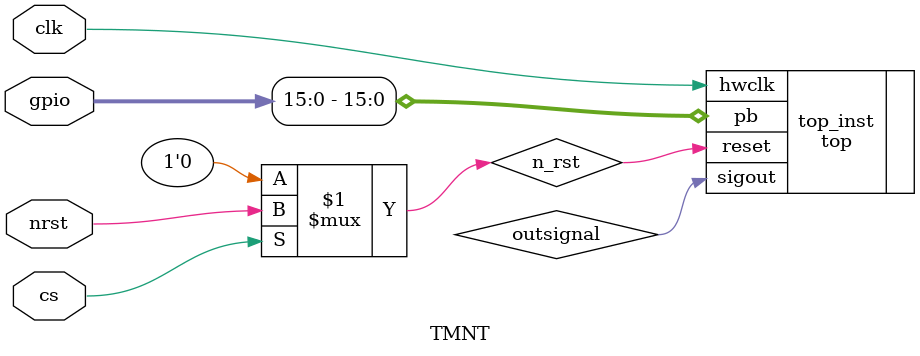
<source format=sv>
`default_nettype none

module TMNT (
    // HW
    input logic clk, nrst,
    
    // Wrapper
    input logic cs, // Chip Select (Active Low)
    inout logic [33:0] gpio // Breakout Board Pins
);

    logic outsignal; // Output Signal
    logic n_rst;    // Reset Signal
    //select logic
    assign n_rst = cs ? nrst : 1'b0; // Assign the reset signal to the breakout board pin

    // Instantiate the top level module
    top top_inst (
        .hwclk(clk),
        .reset(n_rst),
        .pb(gpio[15:0]),
        .sigout(outsignal),
    );



endmodule
</source>
